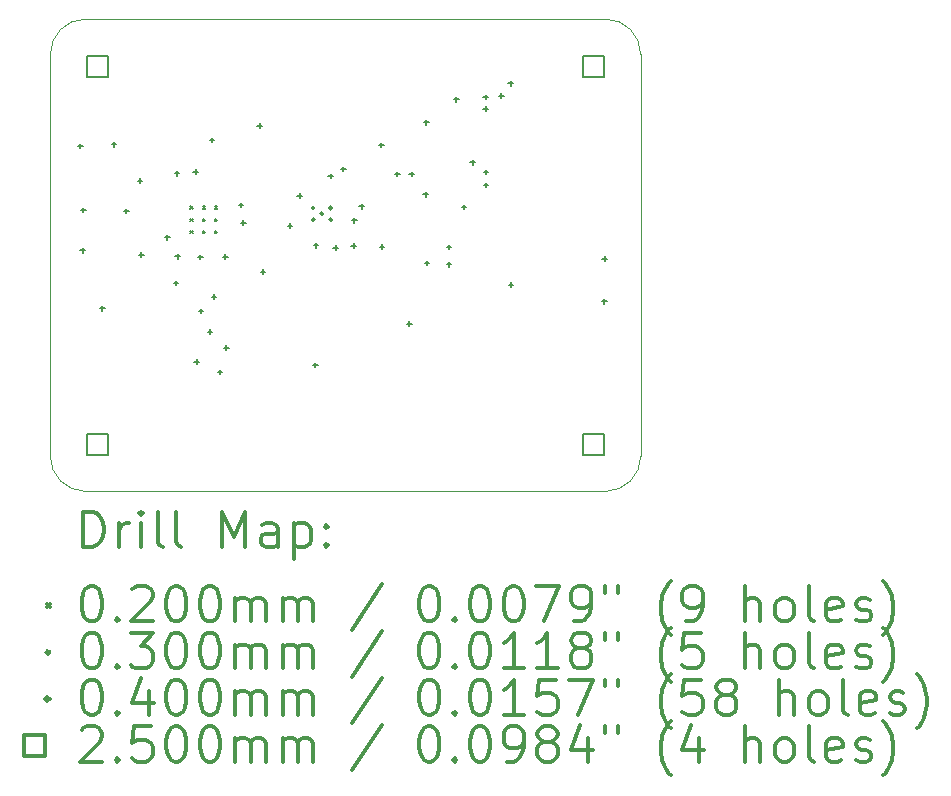
<source format=gbr>
%FSLAX45Y45*%
G04 Gerber Fmt 4.5, Leading zero omitted, Abs format (unit mm)*
G04 Created by KiCad (PCBNEW (5.1.12-1-10_14)) date 2022-02-15 12:54:34*
%MOMM*%
%LPD*%
G01*
G04 APERTURE LIST*
%TA.AperFunction,Profile*%
%ADD10C,0.100000*%
%TD*%
%ADD11C,0.200000*%
%ADD12C,0.300000*%
G04 APERTURE END LIST*
D10*
X25600000Y-7000000D02*
G75*
G02*
X25900000Y-7300000I0J-300000D01*
G01*
X25900000Y-10700000D02*
G75*
G02*
X25600000Y-11000000I-300000J0D01*
G01*
X21200000Y-11000000D02*
G75*
G02*
X20900000Y-10700000I0J300000D01*
G01*
X20900000Y-7300000D02*
G75*
G02*
X21200000Y-7000000I300000J0D01*
G01*
X20900000Y-10700000D02*
X20900000Y-7300000D01*
X25600000Y-11000000D02*
X21200000Y-11000000D01*
X25900000Y-7300000D02*
X25900000Y-10700000D01*
X21200000Y-7000000D02*
X25600000Y-7000000D01*
D11*
X22085000Y-8585000D02*
X22105000Y-8605000D01*
X22105000Y-8585000D02*
X22085000Y-8605000D01*
X22085000Y-8690000D02*
X22105000Y-8710000D01*
X22105000Y-8690000D02*
X22085000Y-8710000D01*
X22085000Y-8795000D02*
X22105000Y-8815000D01*
X22105000Y-8795000D02*
X22085000Y-8815000D01*
X22190000Y-8585000D02*
X22210000Y-8605000D01*
X22210000Y-8585000D02*
X22190000Y-8605000D01*
X22190000Y-8690000D02*
X22210000Y-8710000D01*
X22210000Y-8690000D02*
X22190000Y-8710000D01*
X22190000Y-8795000D02*
X22210000Y-8815000D01*
X22210000Y-8795000D02*
X22190000Y-8815000D01*
X22295000Y-8585000D02*
X22315000Y-8605000D01*
X22315000Y-8585000D02*
X22295000Y-8605000D01*
X22295000Y-8690000D02*
X22315000Y-8710000D01*
X22315000Y-8690000D02*
X22295000Y-8710000D01*
X22295000Y-8795000D02*
X22315000Y-8815000D01*
X22315000Y-8795000D02*
X22295000Y-8815000D01*
X23140000Y-8600000D02*
G75*
G03*
X23140000Y-8600000I-15000J0D01*
G01*
X23140000Y-8700000D02*
G75*
G03*
X23140000Y-8700000I-15000J0D01*
G01*
X23215000Y-8650000D02*
G75*
G03*
X23215000Y-8650000I-15000J0D01*
G01*
X23290000Y-8600000D02*
G75*
G03*
X23290000Y-8600000I-15000J0D01*
G01*
X23290000Y-8700000D02*
G75*
G03*
X23290000Y-8700000I-15000J0D01*
G01*
X21155000Y-8055000D02*
X21155000Y-8095000D01*
X21135000Y-8075000D02*
X21175000Y-8075000D01*
X21174000Y-8939000D02*
X21174000Y-8979000D01*
X21154000Y-8959000D02*
X21194000Y-8959000D01*
X21180750Y-8598250D02*
X21180750Y-8638250D01*
X21160750Y-8618250D02*
X21200750Y-8618250D01*
X21340000Y-9430000D02*
X21340000Y-9470000D01*
X21320000Y-9450000D02*
X21360000Y-9450000D01*
X21440000Y-8040000D02*
X21440000Y-8080000D01*
X21420000Y-8060000D02*
X21460000Y-8060000D01*
X21545000Y-8605000D02*
X21545000Y-8645000D01*
X21525000Y-8625000D02*
X21565000Y-8625000D01*
X21660000Y-8350000D02*
X21660000Y-8390000D01*
X21640000Y-8370000D02*
X21680000Y-8370000D01*
X21672500Y-8975000D02*
X21672500Y-9015000D01*
X21652500Y-8995000D02*
X21692500Y-8995000D01*
X21891000Y-8828000D02*
X21891000Y-8868000D01*
X21871000Y-8848000D02*
X21911000Y-8848000D01*
X21964250Y-9215750D02*
X21964250Y-9255750D01*
X21944250Y-9235750D02*
X21984250Y-9235750D01*
X21973651Y-8286349D02*
X21973651Y-8326349D01*
X21953651Y-8306349D02*
X21993651Y-8306349D01*
X21980000Y-8990000D02*
X21980000Y-9030000D01*
X21960000Y-9010000D02*
X22000000Y-9010000D01*
X22131000Y-8273000D02*
X22131000Y-8313000D01*
X22111000Y-8293000D02*
X22151000Y-8293000D01*
X22140000Y-9880000D02*
X22140000Y-9920000D01*
X22120000Y-9900000D02*
X22160000Y-9900000D01*
X22172000Y-8995000D02*
X22172000Y-9035000D01*
X22152000Y-9015000D02*
X22192000Y-9015000D01*
X22177000Y-9452000D02*
X22177000Y-9492000D01*
X22157000Y-9472000D02*
X22197000Y-9472000D01*
X22252000Y-9627000D02*
X22252000Y-9667000D01*
X22232000Y-9647000D02*
X22272000Y-9647000D01*
X22270000Y-8005000D02*
X22270000Y-8045000D01*
X22250000Y-8025000D02*
X22290000Y-8025000D01*
X22287000Y-9331000D02*
X22287000Y-9371000D01*
X22267000Y-9351000D02*
X22307000Y-9351000D01*
X22337500Y-9969500D02*
X22337500Y-10009500D01*
X22317500Y-9989500D02*
X22357500Y-9989500D01*
X22382000Y-8993000D02*
X22382000Y-9033000D01*
X22362000Y-9013000D02*
X22402000Y-9013000D01*
X22390000Y-9762000D02*
X22390000Y-9802000D01*
X22370000Y-9782000D02*
X22410000Y-9782000D01*
X22515000Y-8555000D02*
X22515000Y-8595000D01*
X22495000Y-8575000D02*
X22535000Y-8575000D01*
X22536000Y-8705000D02*
X22536000Y-8745000D01*
X22516000Y-8725000D02*
X22556000Y-8725000D01*
X22673000Y-7883000D02*
X22673000Y-7923000D01*
X22653000Y-7903000D02*
X22693000Y-7903000D01*
X22701500Y-9118500D02*
X22701500Y-9158500D01*
X22681500Y-9138500D02*
X22721500Y-9138500D01*
X22930000Y-8729000D02*
X22930000Y-8769000D01*
X22910000Y-8749000D02*
X22950000Y-8749000D01*
X23011000Y-8476000D02*
X23011000Y-8516000D01*
X22991000Y-8496000D02*
X23031000Y-8496000D01*
X23145000Y-9910000D02*
X23145000Y-9950000D01*
X23125000Y-9930000D02*
X23165000Y-9930000D01*
X23150000Y-8896000D02*
X23150000Y-8936000D01*
X23130000Y-8916000D02*
X23170000Y-8916000D01*
X23275000Y-8310000D02*
X23275000Y-8350000D01*
X23255000Y-8330000D02*
X23295000Y-8330000D01*
X23317500Y-8917500D02*
X23317500Y-8957500D01*
X23297500Y-8937500D02*
X23337500Y-8937500D01*
X23380000Y-8250000D02*
X23380000Y-8290000D01*
X23360000Y-8270000D02*
X23400000Y-8270000D01*
X23469000Y-8898000D02*
X23469000Y-8938000D01*
X23449000Y-8918000D02*
X23489000Y-8918000D01*
X23475000Y-8686000D02*
X23475000Y-8726000D01*
X23455000Y-8706000D02*
X23495000Y-8706000D01*
X23537000Y-8565000D02*
X23537000Y-8605000D01*
X23517000Y-8585000D02*
X23557000Y-8585000D01*
X23704000Y-8047000D02*
X23704000Y-8087000D01*
X23684000Y-8067000D02*
X23724000Y-8067000D01*
X23709500Y-8906500D02*
X23709500Y-8946500D01*
X23689500Y-8926500D02*
X23729500Y-8926500D01*
X23837500Y-8292500D02*
X23837500Y-8332500D01*
X23817500Y-8312500D02*
X23857500Y-8312500D01*
X23941000Y-9560000D02*
X23941000Y-9600000D01*
X23921000Y-9580000D02*
X23961000Y-9580000D01*
X23960000Y-8292500D02*
X23960000Y-8332500D01*
X23940000Y-8312500D02*
X23980000Y-8312500D01*
X24080000Y-8464000D02*
X24080000Y-8504000D01*
X24060000Y-8484000D02*
X24100000Y-8484000D01*
X24085000Y-7856000D02*
X24085000Y-7896000D01*
X24065000Y-7876000D02*
X24105000Y-7876000D01*
X24090500Y-9046500D02*
X24090500Y-9086500D01*
X24070500Y-9066500D02*
X24110500Y-9066500D01*
X24276000Y-8910000D02*
X24276000Y-8950000D01*
X24256000Y-8930000D02*
X24296000Y-8930000D01*
X24276000Y-9057000D02*
X24276000Y-9097000D01*
X24256000Y-9077000D02*
X24296000Y-9077000D01*
X24337500Y-7660500D02*
X24337500Y-7700500D01*
X24317500Y-7680500D02*
X24357500Y-7680500D01*
X24403000Y-8572000D02*
X24403000Y-8612000D01*
X24383000Y-8592000D02*
X24423000Y-8592000D01*
X24475500Y-8194500D02*
X24475500Y-8234500D01*
X24455500Y-8214500D02*
X24495500Y-8214500D01*
X24587000Y-7641000D02*
X24587000Y-7681000D01*
X24567000Y-7661000D02*
X24607000Y-7661000D01*
X24588000Y-7738000D02*
X24588000Y-7778000D01*
X24568000Y-7758000D02*
X24608000Y-7758000D01*
X24590000Y-8385000D02*
X24590000Y-8425000D01*
X24570000Y-8405000D02*
X24610000Y-8405000D01*
X24590500Y-8275000D02*
X24590500Y-8315000D01*
X24570500Y-8295000D02*
X24610500Y-8295000D01*
X24718000Y-7628000D02*
X24718000Y-7668000D01*
X24698000Y-7648000D02*
X24738000Y-7648000D01*
X24799000Y-7524000D02*
X24799000Y-7564000D01*
X24779000Y-7544000D02*
X24819000Y-7544000D01*
X24802000Y-9228000D02*
X24802000Y-9268000D01*
X24782000Y-9248000D02*
X24822000Y-9248000D01*
X25590000Y-9370000D02*
X25590000Y-9410000D01*
X25570000Y-9390000D02*
X25610000Y-9390000D01*
X25595000Y-9010000D02*
X25595000Y-9050000D01*
X25575000Y-9030000D02*
X25615000Y-9030000D01*
X21388389Y-7488389D02*
X21388389Y-7311611D01*
X21211611Y-7311611D01*
X21211611Y-7488389D01*
X21388389Y-7488389D01*
X21388389Y-10688389D02*
X21388389Y-10511611D01*
X21211611Y-10511611D01*
X21211611Y-10688389D01*
X21388389Y-10688389D01*
X25588389Y-7488389D02*
X25588389Y-7311611D01*
X25411611Y-7311611D01*
X25411611Y-7488389D01*
X25588389Y-7488389D01*
X25588389Y-10688389D02*
X25588389Y-10511611D01*
X25411611Y-10511611D01*
X25411611Y-10688389D01*
X25588389Y-10688389D01*
D12*
X21181428Y-11470714D02*
X21181428Y-11170714D01*
X21252857Y-11170714D01*
X21295714Y-11185000D01*
X21324286Y-11213571D01*
X21338571Y-11242143D01*
X21352857Y-11299286D01*
X21352857Y-11342143D01*
X21338571Y-11399286D01*
X21324286Y-11427857D01*
X21295714Y-11456429D01*
X21252857Y-11470714D01*
X21181428Y-11470714D01*
X21481428Y-11470714D02*
X21481428Y-11270714D01*
X21481428Y-11327857D02*
X21495714Y-11299286D01*
X21510000Y-11285000D01*
X21538571Y-11270714D01*
X21567143Y-11270714D01*
X21667143Y-11470714D02*
X21667143Y-11270714D01*
X21667143Y-11170714D02*
X21652857Y-11185000D01*
X21667143Y-11199286D01*
X21681428Y-11185000D01*
X21667143Y-11170714D01*
X21667143Y-11199286D01*
X21852857Y-11470714D02*
X21824286Y-11456429D01*
X21810000Y-11427857D01*
X21810000Y-11170714D01*
X22010000Y-11470714D02*
X21981428Y-11456429D01*
X21967143Y-11427857D01*
X21967143Y-11170714D01*
X22352857Y-11470714D02*
X22352857Y-11170714D01*
X22452857Y-11385000D01*
X22552857Y-11170714D01*
X22552857Y-11470714D01*
X22824286Y-11470714D02*
X22824286Y-11313571D01*
X22810000Y-11285000D01*
X22781428Y-11270714D01*
X22724286Y-11270714D01*
X22695714Y-11285000D01*
X22824286Y-11456429D02*
X22795714Y-11470714D01*
X22724286Y-11470714D01*
X22695714Y-11456429D01*
X22681428Y-11427857D01*
X22681428Y-11399286D01*
X22695714Y-11370714D01*
X22724286Y-11356429D01*
X22795714Y-11356429D01*
X22824286Y-11342143D01*
X22967143Y-11270714D02*
X22967143Y-11570714D01*
X22967143Y-11285000D02*
X22995714Y-11270714D01*
X23052857Y-11270714D01*
X23081428Y-11285000D01*
X23095714Y-11299286D01*
X23110000Y-11327857D01*
X23110000Y-11413571D01*
X23095714Y-11442143D01*
X23081428Y-11456429D01*
X23052857Y-11470714D01*
X22995714Y-11470714D01*
X22967143Y-11456429D01*
X23238571Y-11442143D02*
X23252857Y-11456429D01*
X23238571Y-11470714D01*
X23224286Y-11456429D01*
X23238571Y-11442143D01*
X23238571Y-11470714D01*
X23238571Y-11285000D02*
X23252857Y-11299286D01*
X23238571Y-11313571D01*
X23224286Y-11299286D01*
X23238571Y-11285000D01*
X23238571Y-11313571D01*
X20875000Y-11955000D02*
X20895000Y-11975000D01*
X20895000Y-11955000D02*
X20875000Y-11975000D01*
X21238571Y-11800714D02*
X21267143Y-11800714D01*
X21295714Y-11815000D01*
X21310000Y-11829286D01*
X21324286Y-11857857D01*
X21338571Y-11915000D01*
X21338571Y-11986429D01*
X21324286Y-12043571D01*
X21310000Y-12072143D01*
X21295714Y-12086429D01*
X21267143Y-12100714D01*
X21238571Y-12100714D01*
X21210000Y-12086429D01*
X21195714Y-12072143D01*
X21181428Y-12043571D01*
X21167143Y-11986429D01*
X21167143Y-11915000D01*
X21181428Y-11857857D01*
X21195714Y-11829286D01*
X21210000Y-11815000D01*
X21238571Y-11800714D01*
X21467143Y-12072143D02*
X21481428Y-12086429D01*
X21467143Y-12100714D01*
X21452857Y-12086429D01*
X21467143Y-12072143D01*
X21467143Y-12100714D01*
X21595714Y-11829286D02*
X21610000Y-11815000D01*
X21638571Y-11800714D01*
X21710000Y-11800714D01*
X21738571Y-11815000D01*
X21752857Y-11829286D01*
X21767143Y-11857857D01*
X21767143Y-11886429D01*
X21752857Y-11929286D01*
X21581428Y-12100714D01*
X21767143Y-12100714D01*
X21952857Y-11800714D02*
X21981428Y-11800714D01*
X22010000Y-11815000D01*
X22024286Y-11829286D01*
X22038571Y-11857857D01*
X22052857Y-11915000D01*
X22052857Y-11986429D01*
X22038571Y-12043571D01*
X22024286Y-12072143D01*
X22010000Y-12086429D01*
X21981428Y-12100714D01*
X21952857Y-12100714D01*
X21924286Y-12086429D01*
X21910000Y-12072143D01*
X21895714Y-12043571D01*
X21881428Y-11986429D01*
X21881428Y-11915000D01*
X21895714Y-11857857D01*
X21910000Y-11829286D01*
X21924286Y-11815000D01*
X21952857Y-11800714D01*
X22238571Y-11800714D02*
X22267143Y-11800714D01*
X22295714Y-11815000D01*
X22310000Y-11829286D01*
X22324286Y-11857857D01*
X22338571Y-11915000D01*
X22338571Y-11986429D01*
X22324286Y-12043571D01*
X22310000Y-12072143D01*
X22295714Y-12086429D01*
X22267143Y-12100714D01*
X22238571Y-12100714D01*
X22210000Y-12086429D01*
X22195714Y-12072143D01*
X22181428Y-12043571D01*
X22167143Y-11986429D01*
X22167143Y-11915000D01*
X22181428Y-11857857D01*
X22195714Y-11829286D01*
X22210000Y-11815000D01*
X22238571Y-11800714D01*
X22467143Y-12100714D02*
X22467143Y-11900714D01*
X22467143Y-11929286D02*
X22481428Y-11915000D01*
X22510000Y-11900714D01*
X22552857Y-11900714D01*
X22581428Y-11915000D01*
X22595714Y-11943571D01*
X22595714Y-12100714D01*
X22595714Y-11943571D02*
X22610000Y-11915000D01*
X22638571Y-11900714D01*
X22681428Y-11900714D01*
X22710000Y-11915000D01*
X22724286Y-11943571D01*
X22724286Y-12100714D01*
X22867143Y-12100714D02*
X22867143Y-11900714D01*
X22867143Y-11929286D02*
X22881428Y-11915000D01*
X22910000Y-11900714D01*
X22952857Y-11900714D01*
X22981428Y-11915000D01*
X22995714Y-11943571D01*
X22995714Y-12100714D01*
X22995714Y-11943571D02*
X23010000Y-11915000D01*
X23038571Y-11900714D01*
X23081428Y-11900714D01*
X23110000Y-11915000D01*
X23124286Y-11943571D01*
X23124286Y-12100714D01*
X23710000Y-11786429D02*
X23452857Y-12172143D01*
X24095714Y-11800714D02*
X24124286Y-11800714D01*
X24152857Y-11815000D01*
X24167143Y-11829286D01*
X24181428Y-11857857D01*
X24195714Y-11915000D01*
X24195714Y-11986429D01*
X24181428Y-12043571D01*
X24167143Y-12072143D01*
X24152857Y-12086429D01*
X24124286Y-12100714D01*
X24095714Y-12100714D01*
X24067143Y-12086429D01*
X24052857Y-12072143D01*
X24038571Y-12043571D01*
X24024286Y-11986429D01*
X24024286Y-11915000D01*
X24038571Y-11857857D01*
X24052857Y-11829286D01*
X24067143Y-11815000D01*
X24095714Y-11800714D01*
X24324286Y-12072143D02*
X24338571Y-12086429D01*
X24324286Y-12100714D01*
X24310000Y-12086429D01*
X24324286Y-12072143D01*
X24324286Y-12100714D01*
X24524286Y-11800714D02*
X24552857Y-11800714D01*
X24581428Y-11815000D01*
X24595714Y-11829286D01*
X24610000Y-11857857D01*
X24624286Y-11915000D01*
X24624286Y-11986429D01*
X24610000Y-12043571D01*
X24595714Y-12072143D01*
X24581428Y-12086429D01*
X24552857Y-12100714D01*
X24524286Y-12100714D01*
X24495714Y-12086429D01*
X24481428Y-12072143D01*
X24467143Y-12043571D01*
X24452857Y-11986429D01*
X24452857Y-11915000D01*
X24467143Y-11857857D01*
X24481428Y-11829286D01*
X24495714Y-11815000D01*
X24524286Y-11800714D01*
X24810000Y-11800714D02*
X24838571Y-11800714D01*
X24867143Y-11815000D01*
X24881428Y-11829286D01*
X24895714Y-11857857D01*
X24910000Y-11915000D01*
X24910000Y-11986429D01*
X24895714Y-12043571D01*
X24881428Y-12072143D01*
X24867143Y-12086429D01*
X24838571Y-12100714D01*
X24810000Y-12100714D01*
X24781428Y-12086429D01*
X24767143Y-12072143D01*
X24752857Y-12043571D01*
X24738571Y-11986429D01*
X24738571Y-11915000D01*
X24752857Y-11857857D01*
X24767143Y-11829286D01*
X24781428Y-11815000D01*
X24810000Y-11800714D01*
X25010000Y-11800714D02*
X25210000Y-11800714D01*
X25081428Y-12100714D01*
X25338571Y-12100714D02*
X25395714Y-12100714D01*
X25424286Y-12086429D01*
X25438571Y-12072143D01*
X25467143Y-12029286D01*
X25481428Y-11972143D01*
X25481428Y-11857857D01*
X25467143Y-11829286D01*
X25452857Y-11815000D01*
X25424286Y-11800714D01*
X25367143Y-11800714D01*
X25338571Y-11815000D01*
X25324286Y-11829286D01*
X25310000Y-11857857D01*
X25310000Y-11929286D01*
X25324286Y-11957857D01*
X25338571Y-11972143D01*
X25367143Y-11986429D01*
X25424286Y-11986429D01*
X25452857Y-11972143D01*
X25467143Y-11957857D01*
X25481428Y-11929286D01*
X25595714Y-11800714D02*
X25595714Y-11857857D01*
X25710000Y-11800714D02*
X25710000Y-11857857D01*
X26152857Y-12215000D02*
X26138571Y-12200714D01*
X26110000Y-12157857D01*
X26095714Y-12129286D01*
X26081428Y-12086429D01*
X26067143Y-12015000D01*
X26067143Y-11957857D01*
X26081428Y-11886429D01*
X26095714Y-11843571D01*
X26110000Y-11815000D01*
X26138571Y-11772143D01*
X26152857Y-11757857D01*
X26281428Y-12100714D02*
X26338571Y-12100714D01*
X26367143Y-12086429D01*
X26381428Y-12072143D01*
X26410000Y-12029286D01*
X26424286Y-11972143D01*
X26424286Y-11857857D01*
X26410000Y-11829286D01*
X26395714Y-11815000D01*
X26367143Y-11800714D01*
X26310000Y-11800714D01*
X26281428Y-11815000D01*
X26267143Y-11829286D01*
X26252857Y-11857857D01*
X26252857Y-11929286D01*
X26267143Y-11957857D01*
X26281428Y-11972143D01*
X26310000Y-11986429D01*
X26367143Y-11986429D01*
X26395714Y-11972143D01*
X26410000Y-11957857D01*
X26424286Y-11929286D01*
X26781428Y-12100714D02*
X26781428Y-11800714D01*
X26910000Y-12100714D02*
X26910000Y-11943571D01*
X26895714Y-11915000D01*
X26867143Y-11900714D01*
X26824286Y-11900714D01*
X26795714Y-11915000D01*
X26781428Y-11929286D01*
X27095714Y-12100714D02*
X27067143Y-12086429D01*
X27052857Y-12072143D01*
X27038571Y-12043571D01*
X27038571Y-11957857D01*
X27052857Y-11929286D01*
X27067143Y-11915000D01*
X27095714Y-11900714D01*
X27138571Y-11900714D01*
X27167143Y-11915000D01*
X27181428Y-11929286D01*
X27195714Y-11957857D01*
X27195714Y-12043571D01*
X27181428Y-12072143D01*
X27167143Y-12086429D01*
X27138571Y-12100714D01*
X27095714Y-12100714D01*
X27367143Y-12100714D02*
X27338571Y-12086429D01*
X27324286Y-12057857D01*
X27324286Y-11800714D01*
X27595714Y-12086429D02*
X27567143Y-12100714D01*
X27510000Y-12100714D01*
X27481428Y-12086429D01*
X27467143Y-12057857D01*
X27467143Y-11943571D01*
X27481428Y-11915000D01*
X27510000Y-11900714D01*
X27567143Y-11900714D01*
X27595714Y-11915000D01*
X27610000Y-11943571D01*
X27610000Y-11972143D01*
X27467143Y-12000714D01*
X27724286Y-12086429D02*
X27752857Y-12100714D01*
X27810000Y-12100714D01*
X27838571Y-12086429D01*
X27852857Y-12057857D01*
X27852857Y-12043571D01*
X27838571Y-12015000D01*
X27810000Y-12000714D01*
X27767143Y-12000714D01*
X27738571Y-11986429D01*
X27724286Y-11957857D01*
X27724286Y-11943571D01*
X27738571Y-11915000D01*
X27767143Y-11900714D01*
X27810000Y-11900714D01*
X27838571Y-11915000D01*
X27952857Y-12215000D02*
X27967143Y-12200714D01*
X27995714Y-12157857D01*
X28010000Y-12129286D01*
X28024286Y-12086429D01*
X28038571Y-12015000D01*
X28038571Y-11957857D01*
X28024286Y-11886429D01*
X28010000Y-11843571D01*
X27995714Y-11815000D01*
X27967143Y-11772143D01*
X27952857Y-11757857D01*
X20895000Y-12361000D02*
G75*
G03*
X20895000Y-12361000I-15000J0D01*
G01*
X21238571Y-12196714D02*
X21267143Y-12196714D01*
X21295714Y-12211000D01*
X21310000Y-12225286D01*
X21324286Y-12253857D01*
X21338571Y-12311000D01*
X21338571Y-12382429D01*
X21324286Y-12439571D01*
X21310000Y-12468143D01*
X21295714Y-12482429D01*
X21267143Y-12496714D01*
X21238571Y-12496714D01*
X21210000Y-12482429D01*
X21195714Y-12468143D01*
X21181428Y-12439571D01*
X21167143Y-12382429D01*
X21167143Y-12311000D01*
X21181428Y-12253857D01*
X21195714Y-12225286D01*
X21210000Y-12211000D01*
X21238571Y-12196714D01*
X21467143Y-12468143D02*
X21481428Y-12482429D01*
X21467143Y-12496714D01*
X21452857Y-12482429D01*
X21467143Y-12468143D01*
X21467143Y-12496714D01*
X21581428Y-12196714D02*
X21767143Y-12196714D01*
X21667143Y-12311000D01*
X21710000Y-12311000D01*
X21738571Y-12325286D01*
X21752857Y-12339571D01*
X21767143Y-12368143D01*
X21767143Y-12439571D01*
X21752857Y-12468143D01*
X21738571Y-12482429D01*
X21710000Y-12496714D01*
X21624286Y-12496714D01*
X21595714Y-12482429D01*
X21581428Y-12468143D01*
X21952857Y-12196714D02*
X21981428Y-12196714D01*
X22010000Y-12211000D01*
X22024286Y-12225286D01*
X22038571Y-12253857D01*
X22052857Y-12311000D01*
X22052857Y-12382429D01*
X22038571Y-12439571D01*
X22024286Y-12468143D01*
X22010000Y-12482429D01*
X21981428Y-12496714D01*
X21952857Y-12496714D01*
X21924286Y-12482429D01*
X21910000Y-12468143D01*
X21895714Y-12439571D01*
X21881428Y-12382429D01*
X21881428Y-12311000D01*
X21895714Y-12253857D01*
X21910000Y-12225286D01*
X21924286Y-12211000D01*
X21952857Y-12196714D01*
X22238571Y-12196714D02*
X22267143Y-12196714D01*
X22295714Y-12211000D01*
X22310000Y-12225286D01*
X22324286Y-12253857D01*
X22338571Y-12311000D01*
X22338571Y-12382429D01*
X22324286Y-12439571D01*
X22310000Y-12468143D01*
X22295714Y-12482429D01*
X22267143Y-12496714D01*
X22238571Y-12496714D01*
X22210000Y-12482429D01*
X22195714Y-12468143D01*
X22181428Y-12439571D01*
X22167143Y-12382429D01*
X22167143Y-12311000D01*
X22181428Y-12253857D01*
X22195714Y-12225286D01*
X22210000Y-12211000D01*
X22238571Y-12196714D01*
X22467143Y-12496714D02*
X22467143Y-12296714D01*
X22467143Y-12325286D02*
X22481428Y-12311000D01*
X22510000Y-12296714D01*
X22552857Y-12296714D01*
X22581428Y-12311000D01*
X22595714Y-12339571D01*
X22595714Y-12496714D01*
X22595714Y-12339571D02*
X22610000Y-12311000D01*
X22638571Y-12296714D01*
X22681428Y-12296714D01*
X22710000Y-12311000D01*
X22724286Y-12339571D01*
X22724286Y-12496714D01*
X22867143Y-12496714D02*
X22867143Y-12296714D01*
X22867143Y-12325286D02*
X22881428Y-12311000D01*
X22910000Y-12296714D01*
X22952857Y-12296714D01*
X22981428Y-12311000D01*
X22995714Y-12339571D01*
X22995714Y-12496714D01*
X22995714Y-12339571D02*
X23010000Y-12311000D01*
X23038571Y-12296714D01*
X23081428Y-12296714D01*
X23110000Y-12311000D01*
X23124286Y-12339571D01*
X23124286Y-12496714D01*
X23710000Y-12182429D02*
X23452857Y-12568143D01*
X24095714Y-12196714D02*
X24124286Y-12196714D01*
X24152857Y-12211000D01*
X24167143Y-12225286D01*
X24181428Y-12253857D01*
X24195714Y-12311000D01*
X24195714Y-12382429D01*
X24181428Y-12439571D01*
X24167143Y-12468143D01*
X24152857Y-12482429D01*
X24124286Y-12496714D01*
X24095714Y-12496714D01*
X24067143Y-12482429D01*
X24052857Y-12468143D01*
X24038571Y-12439571D01*
X24024286Y-12382429D01*
X24024286Y-12311000D01*
X24038571Y-12253857D01*
X24052857Y-12225286D01*
X24067143Y-12211000D01*
X24095714Y-12196714D01*
X24324286Y-12468143D02*
X24338571Y-12482429D01*
X24324286Y-12496714D01*
X24310000Y-12482429D01*
X24324286Y-12468143D01*
X24324286Y-12496714D01*
X24524286Y-12196714D02*
X24552857Y-12196714D01*
X24581428Y-12211000D01*
X24595714Y-12225286D01*
X24610000Y-12253857D01*
X24624286Y-12311000D01*
X24624286Y-12382429D01*
X24610000Y-12439571D01*
X24595714Y-12468143D01*
X24581428Y-12482429D01*
X24552857Y-12496714D01*
X24524286Y-12496714D01*
X24495714Y-12482429D01*
X24481428Y-12468143D01*
X24467143Y-12439571D01*
X24452857Y-12382429D01*
X24452857Y-12311000D01*
X24467143Y-12253857D01*
X24481428Y-12225286D01*
X24495714Y-12211000D01*
X24524286Y-12196714D01*
X24910000Y-12496714D02*
X24738571Y-12496714D01*
X24824286Y-12496714D02*
X24824286Y-12196714D01*
X24795714Y-12239571D01*
X24767143Y-12268143D01*
X24738571Y-12282429D01*
X25195714Y-12496714D02*
X25024286Y-12496714D01*
X25110000Y-12496714D02*
X25110000Y-12196714D01*
X25081428Y-12239571D01*
X25052857Y-12268143D01*
X25024286Y-12282429D01*
X25367143Y-12325286D02*
X25338571Y-12311000D01*
X25324286Y-12296714D01*
X25310000Y-12268143D01*
X25310000Y-12253857D01*
X25324286Y-12225286D01*
X25338571Y-12211000D01*
X25367143Y-12196714D01*
X25424286Y-12196714D01*
X25452857Y-12211000D01*
X25467143Y-12225286D01*
X25481428Y-12253857D01*
X25481428Y-12268143D01*
X25467143Y-12296714D01*
X25452857Y-12311000D01*
X25424286Y-12325286D01*
X25367143Y-12325286D01*
X25338571Y-12339571D01*
X25324286Y-12353857D01*
X25310000Y-12382429D01*
X25310000Y-12439571D01*
X25324286Y-12468143D01*
X25338571Y-12482429D01*
X25367143Y-12496714D01*
X25424286Y-12496714D01*
X25452857Y-12482429D01*
X25467143Y-12468143D01*
X25481428Y-12439571D01*
X25481428Y-12382429D01*
X25467143Y-12353857D01*
X25452857Y-12339571D01*
X25424286Y-12325286D01*
X25595714Y-12196714D02*
X25595714Y-12253857D01*
X25710000Y-12196714D02*
X25710000Y-12253857D01*
X26152857Y-12611000D02*
X26138571Y-12596714D01*
X26110000Y-12553857D01*
X26095714Y-12525286D01*
X26081428Y-12482429D01*
X26067143Y-12411000D01*
X26067143Y-12353857D01*
X26081428Y-12282429D01*
X26095714Y-12239571D01*
X26110000Y-12211000D01*
X26138571Y-12168143D01*
X26152857Y-12153857D01*
X26410000Y-12196714D02*
X26267143Y-12196714D01*
X26252857Y-12339571D01*
X26267143Y-12325286D01*
X26295714Y-12311000D01*
X26367143Y-12311000D01*
X26395714Y-12325286D01*
X26410000Y-12339571D01*
X26424286Y-12368143D01*
X26424286Y-12439571D01*
X26410000Y-12468143D01*
X26395714Y-12482429D01*
X26367143Y-12496714D01*
X26295714Y-12496714D01*
X26267143Y-12482429D01*
X26252857Y-12468143D01*
X26781428Y-12496714D02*
X26781428Y-12196714D01*
X26910000Y-12496714D02*
X26910000Y-12339571D01*
X26895714Y-12311000D01*
X26867143Y-12296714D01*
X26824286Y-12296714D01*
X26795714Y-12311000D01*
X26781428Y-12325286D01*
X27095714Y-12496714D02*
X27067143Y-12482429D01*
X27052857Y-12468143D01*
X27038571Y-12439571D01*
X27038571Y-12353857D01*
X27052857Y-12325286D01*
X27067143Y-12311000D01*
X27095714Y-12296714D01*
X27138571Y-12296714D01*
X27167143Y-12311000D01*
X27181428Y-12325286D01*
X27195714Y-12353857D01*
X27195714Y-12439571D01*
X27181428Y-12468143D01*
X27167143Y-12482429D01*
X27138571Y-12496714D01*
X27095714Y-12496714D01*
X27367143Y-12496714D02*
X27338571Y-12482429D01*
X27324286Y-12453857D01*
X27324286Y-12196714D01*
X27595714Y-12482429D02*
X27567143Y-12496714D01*
X27510000Y-12496714D01*
X27481428Y-12482429D01*
X27467143Y-12453857D01*
X27467143Y-12339571D01*
X27481428Y-12311000D01*
X27510000Y-12296714D01*
X27567143Y-12296714D01*
X27595714Y-12311000D01*
X27610000Y-12339571D01*
X27610000Y-12368143D01*
X27467143Y-12396714D01*
X27724286Y-12482429D02*
X27752857Y-12496714D01*
X27810000Y-12496714D01*
X27838571Y-12482429D01*
X27852857Y-12453857D01*
X27852857Y-12439571D01*
X27838571Y-12411000D01*
X27810000Y-12396714D01*
X27767143Y-12396714D01*
X27738571Y-12382429D01*
X27724286Y-12353857D01*
X27724286Y-12339571D01*
X27738571Y-12311000D01*
X27767143Y-12296714D01*
X27810000Y-12296714D01*
X27838571Y-12311000D01*
X27952857Y-12611000D02*
X27967143Y-12596714D01*
X27995714Y-12553857D01*
X28010000Y-12525286D01*
X28024286Y-12482429D01*
X28038571Y-12411000D01*
X28038571Y-12353857D01*
X28024286Y-12282429D01*
X28010000Y-12239571D01*
X27995714Y-12211000D01*
X27967143Y-12168143D01*
X27952857Y-12153857D01*
X20875000Y-12737000D02*
X20875000Y-12777000D01*
X20855000Y-12757000D02*
X20895000Y-12757000D01*
X21238571Y-12592714D02*
X21267143Y-12592714D01*
X21295714Y-12607000D01*
X21310000Y-12621286D01*
X21324286Y-12649857D01*
X21338571Y-12707000D01*
X21338571Y-12778429D01*
X21324286Y-12835571D01*
X21310000Y-12864143D01*
X21295714Y-12878429D01*
X21267143Y-12892714D01*
X21238571Y-12892714D01*
X21210000Y-12878429D01*
X21195714Y-12864143D01*
X21181428Y-12835571D01*
X21167143Y-12778429D01*
X21167143Y-12707000D01*
X21181428Y-12649857D01*
X21195714Y-12621286D01*
X21210000Y-12607000D01*
X21238571Y-12592714D01*
X21467143Y-12864143D02*
X21481428Y-12878429D01*
X21467143Y-12892714D01*
X21452857Y-12878429D01*
X21467143Y-12864143D01*
X21467143Y-12892714D01*
X21738571Y-12692714D02*
X21738571Y-12892714D01*
X21667143Y-12578429D02*
X21595714Y-12792714D01*
X21781428Y-12792714D01*
X21952857Y-12592714D02*
X21981428Y-12592714D01*
X22010000Y-12607000D01*
X22024286Y-12621286D01*
X22038571Y-12649857D01*
X22052857Y-12707000D01*
X22052857Y-12778429D01*
X22038571Y-12835571D01*
X22024286Y-12864143D01*
X22010000Y-12878429D01*
X21981428Y-12892714D01*
X21952857Y-12892714D01*
X21924286Y-12878429D01*
X21910000Y-12864143D01*
X21895714Y-12835571D01*
X21881428Y-12778429D01*
X21881428Y-12707000D01*
X21895714Y-12649857D01*
X21910000Y-12621286D01*
X21924286Y-12607000D01*
X21952857Y-12592714D01*
X22238571Y-12592714D02*
X22267143Y-12592714D01*
X22295714Y-12607000D01*
X22310000Y-12621286D01*
X22324286Y-12649857D01*
X22338571Y-12707000D01*
X22338571Y-12778429D01*
X22324286Y-12835571D01*
X22310000Y-12864143D01*
X22295714Y-12878429D01*
X22267143Y-12892714D01*
X22238571Y-12892714D01*
X22210000Y-12878429D01*
X22195714Y-12864143D01*
X22181428Y-12835571D01*
X22167143Y-12778429D01*
X22167143Y-12707000D01*
X22181428Y-12649857D01*
X22195714Y-12621286D01*
X22210000Y-12607000D01*
X22238571Y-12592714D01*
X22467143Y-12892714D02*
X22467143Y-12692714D01*
X22467143Y-12721286D02*
X22481428Y-12707000D01*
X22510000Y-12692714D01*
X22552857Y-12692714D01*
X22581428Y-12707000D01*
X22595714Y-12735571D01*
X22595714Y-12892714D01*
X22595714Y-12735571D02*
X22610000Y-12707000D01*
X22638571Y-12692714D01*
X22681428Y-12692714D01*
X22710000Y-12707000D01*
X22724286Y-12735571D01*
X22724286Y-12892714D01*
X22867143Y-12892714D02*
X22867143Y-12692714D01*
X22867143Y-12721286D02*
X22881428Y-12707000D01*
X22910000Y-12692714D01*
X22952857Y-12692714D01*
X22981428Y-12707000D01*
X22995714Y-12735571D01*
X22995714Y-12892714D01*
X22995714Y-12735571D02*
X23010000Y-12707000D01*
X23038571Y-12692714D01*
X23081428Y-12692714D01*
X23110000Y-12707000D01*
X23124286Y-12735571D01*
X23124286Y-12892714D01*
X23710000Y-12578429D02*
X23452857Y-12964143D01*
X24095714Y-12592714D02*
X24124286Y-12592714D01*
X24152857Y-12607000D01*
X24167143Y-12621286D01*
X24181428Y-12649857D01*
X24195714Y-12707000D01*
X24195714Y-12778429D01*
X24181428Y-12835571D01*
X24167143Y-12864143D01*
X24152857Y-12878429D01*
X24124286Y-12892714D01*
X24095714Y-12892714D01*
X24067143Y-12878429D01*
X24052857Y-12864143D01*
X24038571Y-12835571D01*
X24024286Y-12778429D01*
X24024286Y-12707000D01*
X24038571Y-12649857D01*
X24052857Y-12621286D01*
X24067143Y-12607000D01*
X24095714Y-12592714D01*
X24324286Y-12864143D02*
X24338571Y-12878429D01*
X24324286Y-12892714D01*
X24310000Y-12878429D01*
X24324286Y-12864143D01*
X24324286Y-12892714D01*
X24524286Y-12592714D02*
X24552857Y-12592714D01*
X24581428Y-12607000D01*
X24595714Y-12621286D01*
X24610000Y-12649857D01*
X24624286Y-12707000D01*
X24624286Y-12778429D01*
X24610000Y-12835571D01*
X24595714Y-12864143D01*
X24581428Y-12878429D01*
X24552857Y-12892714D01*
X24524286Y-12892714D01*
X24495714Y-12878429D01*
X24481428Y-12864143D01*
X24467143Y-12835571D01*
X24452857Y-12778429D01*
X24452857Y-12707000D01*
X24467143Y-12649857D01*
X24481428Y-12621286D01*
X24495714Y-12607000D01*
X24524286Y-12592714D01*
X24910000Y-12892714D02*
X24738571Y-12892714D01*
X24824286Y-12892714D02*
X24824286Y-12592714D01*
X24795714Y-12635571D01*
X24767143Y-12664143D01*
X24738571Y-12678429D01*
X25181428Y-12592714D02*
X25038571Y-12592714D01*
X25024286Y-12735571D01*
X25038571Y-12721286D01*
X25067143Y-12707000D01*
X25138571Y-12707000D01*
X25167143Y-12721286D01*
X25181428Y-12735571D01*
X25195714Y-12764143D01*
X25195714Y-12835571D01*
X25181428Y-12864143D01*
X25167143Y-12878429D01*
X25138571Y-12892714D01*
X25067143Y-12892714D01*
X25038571Y-12878429D01*
X25024286Y-12864143D01*
X25295714Y-12592714D02*
X25495714Y-12592714D01*
X25367143Y-12892714D01*
X25595714Y-12592714D02*
X25595714Y-12649857D01*
X25710000Y-12592714D02*
X25710000Y-12649857D01*
X26152857Y-13007000D02*
X26138571Y-12992714D01*
X26110000Y-12949857D01*
X26095714Y-12921286D01*
X26081428Y-12878429D01*
X26067143Y-12807000D01*
X26067143Y-12749857D01*
X26081428Y-12678429D01*
X26095714Y-12635571D01*
X26110000Y-12607000D01*
X26138571Y-12564143D01*
X26152857Y-12549857D01*
X26410000Y-12592714D02*
X26267143Y-12592714D01*
X26252857Y-12735571D01*
X26267143Y-12721286D01*
X26295714Y-12707000D01*
X26367143Y-12707000D01*
X26395714Y-12721286D01*
X26410000Y-12735571D01*
X26424286Y-12764143D01*
X26424286Y-12835571D01*
X26410000Y-12864143D01*
X26395714Y-12878429D01*
X26367143Y-12892714D01*
X26295714Y-12892714D01*
X26267143Y-12878429D01*
X26252857Y-12864143D01*
X26595714Y-12721286D02*
X26567143Y-12707000D01*
X26552857Y-12692714D01*
X26538571Y-12664143D01*
X26538571Y-12649857D01*
X26552857Y-12621286D01*
X26567143Y-12607000D01*
X26595714Y-12592714D01*
X26652857Y-12592714D01*
X26681428Y-12607000D01*
X26695714Y-12621286D01*
X26710000Y-12649857D01*
X26710000Y-12664143D01*
X26695714Y-12692714D01*
X26681428Y-12707000D01*
X26652857Y-12721286D01*
X26595714Y-12721286D01*
X26567143Y-12735571D01*
X26552857Y-12749857D01*
X26538571Y-12778429D01*
X26538571Y-12835571D01*
X26552857Y-12864143D01*
X26567143Y-12878429D01*
X26595714Y-12892714D01*
X26652857Y-12892714D01*
X26681428Y-12878429D01*
X26695714Y-12864143D01*
X26710000Y-12835571D01*
X26710000Y-12778429D01*
X26695714Y-12749857D01*
X26681428Y-12735571D01*
X26652857Y-12721286D01*
X27067143Y-12892714D02*
X27067143Y-12592714D01*
X27195714Y-12892714D02*
X27195714Y-12735571D01*
X27181428Y-12707000D01*
X27152857Y-12692714D01*
X27110000Y-12692714D01*
X27081428Y-12707000D01*
X27067143Y-12721286D01*
X27381428Y-12892714D02*
X27352857Y-12878429D01*
X27338571Y-12864143D01*
X27324286Y-12835571D01*
X27324286Y-12749857D01*
X27338571Y-12721286D01*
X27352857Y-12707000D01*
X27381428Y-12692714D01*
X27424286Y-12692714D01*
X27452857Y-12707000D01*
X27467143Y-12721286D01*
X27481428Y-12749857D01*
X27481428Y-12835571D01*
X27467143Y-12864143D01*
X27452857Y-12878429D01*
X27424286Y-12892714D01*
X27381428Y-12892714D01*
X27652857Y-12892714D02*
X27624286Y-12878429D01*
X27610000Y-12849857D01*
X27610000Y-12592714D01*
X27881428Y-12878429D02*
X27852857Y-12892714D01*
X27795714Y-12892714D01*
X27767143Y-12878429D01*
X27752857Y-12849857D01*
X27752857Y-12735571D01*
X27767143Y-12707000D01*
X27795714Y-12692714D01*
X27852857Y-12692714D01*
X27881428Y-12707000D01*
X27895714Y-12735571D01*
X27895714Y-12764143D01*
X27752857Y-12792714D01*
X28010000Y-12878429D02*
X28038571Y-12892714D01*
X28095714Y-12892714D01*
X28124286Y-12878429D01*
X28138571Y-12849857D01*
X28138571Y-12835571D01*
X28124286Y-12807000D01*
X28095714Y-12792714D01*
X28052857Y-12792714D01*
X28024286Y-12778429D01*
X28010000Y-12749857D01*
X28010000Y-12735571D01*
X28024286Y-12707000D01*
X28052857Y-12692714D01*
X28095714Y-12692714D01*
X28124286Y-12707000D01*
X28238571Y-13007000D02*
X28252857Y-12992714D01*
X28281428Y-12949857D01*
X28295714Y-12921286D01*
X28310000Y-12878429D01*
X28324286Y-12807000D01*
X28324286Y-12749857D01*
X28310000Y-12678429D01*
X28295714Y-12635571D01*
X28281428Y-12607000D01*
X28252857Y-12564143D01*
X28238571Y-12549857D01*
X20858389Y-13241389D02*
X20858389Y-13064611D01*
X20681611Y-13064611D01*
X20681611Y-13241389D01*
X20858389Y-13241389D01*
X21167143Y-13017286D02*
X21181428Y-13003000D01*
X21210000Y-12988714D01*
X21281428Y-12988714D01*
X21310000Y-13003000D01*
X21324286Y-13017286D01*
X21338571Y-13045857D01*
X21338571Y-13074429D01*
X21324286Y-13117286D01*
X21152857Y-13288714D01*
X21338571Y-13288714D01*
X21467143Y-13260143D02*
X21481428Y-13274429D01*
X21467143Y-13288714D01*
X21452857Y-13274429D01*
X21467143Y-13260143D01*
X21467143Y-13288714D01*
X21752857Y-12988714D02*
X21610000Y-12988714D01*
X21595714Y-13131571D01*
X21610000Y-13117286D01*
X21638571Y-13103000D01*
X21710000Y-13103000D01*
X21738571Y-13117286D01*
X21752857Y-13131571D01*
X21767143Y-13160143D01*
X21767143Y-13231571D01*
X21752857Y-13260143D01*
X21738571Y-13274429D01*
X21710000Y-13288714D01*
X21638571Y-13288714D01*
X21610000Y-13274429D01*
X21595714Y-13260143D01*
X21952857Y-12988714D02*
X21981428Y-12988714D01*
X22010000Y-13003000D01*
X22024286Y-13017286D01*
X22038571Y-13045857D01*
X22052857Y-13103000D01*
X22052857Y-13174429D01*
X22038571Y-13231571D01*
X22024286Y-13260143D01*
X22010000Y-13274429D01*
X21981428Y-13288714D01*
X21952857Y-13288714D01*
X21924286Y-13274429D01*
X21910000Y-13260143D01*
X21895714Y-13231571D01*
X21881428Y-13174429D01*
X21881428Y-13103000D01*
X21895714Y-13045857D01*
X21910000Y-13017286D01*
X21924286Y-13003000D01*
X21952857Y-12988714D01*
X22238571Y-12988714D02*
X22267143Y-12988714D01*
X22295714Y-13003000D01*
X22310000Y-13017286D01*
X22324286Y-13045857D01*
X22338571Y-13103000D01*
X22338571Y-13174429D01*
X22324286Y-13231571D01*
X22310000Y-13260143D01*
X22295714Y-13274429D01*
X22267143Y-13288714D01*
X22238571Y-13288714D01*
X22210000Y-13274429D01*
X22195714Y-13260143D01*
X22181428Y-13231571D01*
X22167143Y-13174429D01*
X22167143Y-13103000D01*
X22181428Y-13045857D01*
X22195714Y-13017286D01*
X22210000Y-13003000D01*
X22238571Y-12988714D01*
X22467143Y-13288714D02*
X22467143Y-13088714D01*
X22467143Y-13117286D02*
X22481428Y-13103000D01*
X22510000Y-13088714D01*
X22552857Y-13088714D01*
X22581428Y-13103000D01*
X22595714Y-13131571D01*
X22595714Y-13288714D01*
X22595714Y-13131571D02*
X22610000Y-13103000D01*
X22638571Y-13088714D01*
X22681428Y-13088714D01*
X22710000Y-13103000D01*
X22724286Y-13131571D01*
X22724286Y-13288714D01*
X22867143Y-13288714D02*
X22867143Y-13088714D01*
X22867143Y-13117286D02*
X22881428Y-13103000D01*
X22910000Y-13088714D01*
X22952857Y-13088714D01*
X22981428Y-13103000D01*
X22995714Y-13131571D01*
X22995714Y-13288714D01*
X22995714Y-13131571D02*
X23010000Y-13103000D01*
X23038571Y-13088714D01*
X23081428Y-13088714D01*
X23110000Y-13103000D01*
X23124286Y-13131571D01*
X23124286Y-13288714D01*
X23710000Y-12974429D02*
X23452857Y-13360143D01*
X24095714Y-12988714D02*
X24124286Y-12988714D01*
X24152857Y-13003000D01*
X24167143Y-13017286D01*
X24181428Y-13045857D01*
X24195714Y-13103000D01*
X24195714Y-13174429D01*
X24181428Y-13231571D01*
X24167143Y-13260143D01*
X24152857Y-13274429D01*
X24124286Y-13288714D01*
X24095714Y-13288714D01*
X24067143Y-13274429D01*
X24052857Y-13260143D01*
X24038571Y-13231571D01*
X24024286Y-13174429D01*
X24024286Y-13103000D01*
X24038571Y-13045857D01*
X24052857Y-13017286D01*
X24067143Y-13003000D01*
X24095714Y-12988714D01*
X24324286Y-13260143D02*
X24338571Y-13274429D01*
X24324286Y-13288714D01*
X24310000Y-13274429D01*
X24324286Y-13260143D01*
X24324286Y-13288714D01*
X24524286Y-12988714D02*
X24552857Y-12988714D01*
X24581428Y-13003000D01*
X24595714Y-13017286D01*
X24610000Y-13045857D01*
X24624286Y-13103000D01*
X24624286Y-13174429D01*
X24610000Y-13231571D01*
X24595714Y-13260143D01*
X24581428Y-13274429D01*
X24552857Y-13288714D01*
X24524286Y-13288714D01*
X24495714Y-13274429D01*
X24481428Y-13260143D01*
X24467143Y-13231571D01*
X24452857Y-13174429D01*
X24452857Y-13103000D01*
X24467143Y-13045857D01*
X24481428Y-13017286D01*
X24495714Y-13003000D01*
X24524286Y-12988714D01*
X24767143Y-13288714D02*
X24824286Y-13288714D01*
X24852857Y-13274429D01*
X24867143Y-13260143D01*
X24895714Y-13217286D01*
X24910000Y-13160143D01*
X24910000Y-13045857D01*
X24895714Y-13017286D01*
X24881428Y-13003000D01*
X24852857Y-12988714D01*
X24795714Y-12988714D01*
X24767143Y-13003000D01*
X24752857Y-13017286D01*
X24738571Y-13045857D01*
X24738571Y-13117286D01*
X24752857Y-13145857D01*
X24767143Y-13160143D01*
X24795714Y-13174429D01*
X24852857Y-13174429D01*
X24881428Y-13160143D01*
X24895714Y-13145857D01*
X24910000Y-13117286D01*
X25081428Y-13117286D02*
X25052857Y-13103000D01*
X25038571Y-13088714D01*
X25024286Y-13060143D01*
X25024286Y-13045857D01*
X25038571Y-13017286D01*
X25052857Y-13003000D01*
X25081428Y-12988714D01*
X25138571Y-12988714D01*
X25167143Y-13003000D01*
X25181428Y-13017286D01*
X25195714Y-13045857D01*
X25195714Y-13060143D01*
X25181428Y-13088714D01*
X25167143Y-13103000D01*
X25138571Y-13117286D01*
X25081428Y-13117286D01*
X25052857Y-13131571D01*
X25038571Y-13145857D01*
X25024286Y-13174429D01*
X25024286Y-13231571D01*
X25038571Y-13260143D01*
X25052857Y-13274429D01*
X25081428Y-13288714D01*
X25138571Y-13288714D01*
X25167143Y-13274429D01*
X25181428Y-13260143D01*
X25195714Y-13231571D01*
X25195714Y-13174429D01*
X25181428Y-13145857D01*
X25167143Y-13131571D01*
X25138571Y-13117286D01*
X25452857Y-13088714D02*
X25452857Y-13288714D01*
X25381428Y-12974429D02*
X25310000Y-13188714D01*
X25495714Y-13188714D01*
X25595714Y-12988714D02*
X25595714Y-13045857D01*
X25710000Y-12988714D02*
X25710000Y-13045857D01*
X26152857Y-13403000D02*
X26138571Y-13388714D01*
X26110000Y-13345857D01*
X26095714Y-13317286D01*
X26081428Y-13274429D01*
X26067143Y-13203000D01*
X26067143Y-13145857D01*
X26081428Y-13074429D01*
X26095714Y-13031571D01*
X26110000Y-13003000D01*
X26138571Y-12960143D01*
X26152857Y-12945857D01*
X26395714Y-13088714D02*
X26395714Y-13288714D01*
X26324286Y-12974429D02*
X26252857Y-13188714D01*
X26438571Y-13188714D01*
X26781428Y-13288714D02*
X26781428Y-12988714D01*
X26910000Y-13288714D02*
X26910000Y-13131571D01*
X26895714Y-13103000D01*
X26867143Y-13088714D01*
X26824286Y-13088714D01*
X26795714Y-13103000D01*
X26781428Y-13117286D01*
X27095714Y-13288714D02*
X27067143Y-13274429D01*
X27052857Y-13260143D01*
X27038571Y-13231571D01*
X27038571Y-13145857D01*
X27052857Y-13117286D01*
X27067143Y-13103000D01*
X27095714Y-13088714D01*
X27138571Y-13088714D01*
X27167143Y-13103000D01*
X27181428Y-13117286D01*
X27195714Y-13145857D01*
X27195714Y-13231571D01*
X27181428Y-13260143D01*
X27167143Y-13274429D01*
X27138571Y-13288714D01*
X27095714Y-13288714D01*
X27367143Y-13288714D02*
X27338571Y-13274429D01*
X27324286Y-13245857D01*
X27324286Y-12988714D01*
X27595714Y-13274429D02*
X27567143Y-13288714D01*
X27510000Y-13288714D01*
X27481428Y-13274429D01*
X27467143Y-13245857D01*
X27467143Y-13131571D01*
X27481428Y-13103000D01*
X27510000Y-13088714D01*
X27567143Y-13088714D01*
X27595714Y-13103000D01*
X27610000Y-13131571D01*
X27610000Y-13160143D01*
X27467143Y-13188714D01*
X27724286Y-13274429D02*
X27752857Y-13288714D01*
X27810000Y-13288714D01*
X27838571Y-13274429D01*
X27852857Y-13245857D01*
X27852857Y-13231571D01*
X27838571Y-13203000D01*
X27810000Y-13188714D01*
X27767143Y-13188714D01*
X27738571Y-13174429D01*
X27724286Y-13145857D01*
X27724286Y-13131571D01*
X27738571Y-13103000D01*
X27767143Y-13088714D01*
X27810000Y-13088714D01*
X27838571Y-13103000D01*
X27952857Y-13403000D02*
X27967143Y-13388714D01*
X27995714Y-13345857D01*
X28010000Y-13317286D01*
X28024286Y-13274429D01*
X28038571Y-13203000D01*
X28038571Y-13145857D01*
X28024286Y-13074429D01*
X28010000Y-13031571D01*
X27995714Y-13003000D01*
X27967143Y-12960143D01*
X27952857Y-12945857D01*
M02*

</source>
